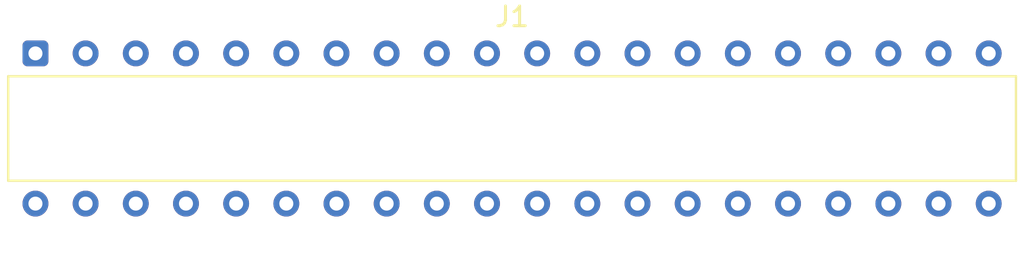
<source format=kicad_pcb>
(kicad_pcb (version 20171130) (host pcbnew "(5.1.5)-2")

  (general
    (thickness 1.6)
    (drawings 0)
    (tracks 0)
    (zones 0)
    (modules 1)
    (nets 41)
  )

  (page A4)
  (layers
    (0 F.Cu signal)
    (31 B.Cu signal)
    (32 B.Adhes user)
    (33 F.Adhes user)
    (34 B.Paste user)
    (35 F.Paste user)
    (36 B.SilkS user)
    (37 F.SilkS user)
    (38 B.Mask user)
    (39 F.Mask user)
    (40 Dwgs.User user)
    (41 Cmts.User user)
    (42 Eco1.User user)
    (43 Eco2.User user)
    (44 Edge.Cuts user)
    (45 Margin user)
    (46 B.CrtYd user)
    (47 F.CrtYd user)
    (48 B.Fab user)
    (49 F.Fab user)
  )

  (setup
    (last_trace_width 0.25)
    (trace_clearance 0.2)
    (zone_clearance 0.508)
    (zone_45_only no)
    (trace_min 0.2)
    (via_size 0.8)
    (via_drill 0.4)
    (via_min_size 0.4)
    (via_min_drill 0.3)
    (uvia_size 0.3)
    (uvia_drill 0.1)
    (uvias_allowed no)
    (uvia_min_size 0.2)
    (uvia_min_drill 0.1)
    (edge_width 0.1)
    (segment_width 0.2)
    (pcb_text_width 0.3)
    (pcb_text_size 1.5 1.5)
    (mod_edge_width 0.15)
    (mod_text_size 1 1)
    (mod_text_width 0.15)
    (pad_size 1.524 1.524)
    (pad_drill 0.762)
    (pad_to_mask_clearance 0)
    (aux_axis_origin 0 0)
    (visible_elements FFFFFF7F)
    (pcbplotparams
      (layerselection 0x010fc_ffffffff)
      (usegerberextensions false)
      (usegerberattributes false)
      (usegerberadvancedattributes false)
      (creategerberjobfile false)
      (excludeedgelayer true)
      (linewidth 0.100000)
      (plotframeref false)
      (viasonmask false)
      (mode 1)
      (useauxorigin false)
      (hpglpennumber 1)
      (hpglpenspeed 20)
      (hpglpendiameter 15.000000)
      (psnegative false)
      (psa4output false)
      (plotreference true)
      (plotvalue true)
      (plotinvisibletext false)
      (padsonsilk false)
      (subtractmaskfromsilk false)
      (outputformat 1)
      (mirror false)
      (drillshape 1)
      (scaleselection 1)
      (outputdirectory ""))
  )

  (net 0 "")
  (net 1 "Net-(J1-Pad40)")
  (net 2 "Net-(J1-Pad38)")
  (net 3 "Net-(J1-Pad36)")
  (net 4 "Net-(J1-Pad34)")
  (net 5 "Net-(J1-Pad32)")
  (net 6 "Net-(J1-Pad30)")
  (net 7 "Net-(J1-Pad28)")
  (net 8 "Net-(J1-Pad26)")
  (net 9 "Net-(J1-Pad24)")
  (net 10 "Net-(J1-Pad22)")
  (net 11 "Net-(J1-Pad20)")
  (net 12 "Net-(J1-Pad18)")
  (net 13 "Net-(J1-Pad16)")
  (net 14 "Net-(J1-Pad14)")
  (net 15 "Net-(J1-Pad12)")
  (net 16 "Net-(J1-Pad10)")
  (net 17 "Net-(J1-Pad8)")
  (net 18 "Net-(J1-Pad6)")
  (net 19 "Net-(J1-Pad4)")
  (net 20 "Net-(J1-Pad2)")
  (net 21 "Net-(J1-Pad39)")
  (net 22 "Net-(J1-Pad37)")
  (net 23 "Net-(J1-Pad35)")
  (net 24 "Net-(J1-Pad33)")
  (net 25 "Net-(J1-Pad31)")
  (net 26 "Net-(J1-Pad29)")
  (net 27 "Net-(J1-Pad27)")
  (net 28 "Net-(J1-Pad25)")
  (net 29 "Net-(J1-Pad23)")
  (net 30 "Net-(J1-Pad21)")
  (net 31 "Net-(J1-Pad19)")
  (net 32 "Net-(J1-Pad17)")
  (net 33 "Net-(J1-Pad15)")
  (net 34 "Net-(J1-Pad13)")
  (net 35 "Net-(J1-Pad11)")
  (net 36 "Net-(J1-Pad9)")
  (net 37 "Net-(J1-Pad7)")
  (net 38 "Net-(J1-Pad5)")
  (net 39 "Net-(J1-Pad3)")
  (net 40 "Net-(J1-Pad1)")

  (net_class Default "This is the default net class."
    (clearance 0.2)
    (trace_width 0.25)
    (via_dia 0.8)
    (via_drill 0.4)
    (uvia_dia 0.3)
    (uvia_drill 0.1)
    (add_net "Net-(J1-Pad1)")
    (add_net "Net-(J1-Pad10)")
    (add_net "Net-(J1-Pad11)")
    (add_net "Net-(J1-Pad12)")
    (add_net "Net-(J1-Pad13)")
    (add_net "Net-(J1-Pad14)")
    (add_net "Net-(J1-Pad15)")
    (add_net "Net-(J1-Pad16)")
    (add_net "Net-(J1-Pad17)")
    (add_net "Net-(J1-Pad18)")
    (add_net "Net-(J1-Pad19)")
    (add_net "Net-(J1-Pad2)")
    (add_net "Net-(J1-Pad20)")
    (add_net "Net-(J1-Pad21)")
    (add_net "Net-(J1-Pad22)")
    (add_net "Net-(J1-Pad23)")
    (add_net "Net-(J1-Pad24)")
    (add_net "Net-(J1-Pad25)")
    (add_net "Net-(J1-Pad26)")
    (add_net "Net-(J1-Pad27)")
    (add_net "Net-(J1-Pad28)")
    (add_net "Net-(J1-Pad29)")
    (add_net "Net-(J1-Pad3)")
    (add_net "Net-(J1-Pad30)")
    (add_net "Net-(J1-Pad31)")
    (add_net "Net-(J1-Pad32)")
    (add_net "Net-(J1-Pad33)")
    (add_net "Net-(J1-Pad34)")
    (add_net "Net-(J1-Pad35)")
    (add_net "Net-(J1-Pad36)")
    (add_net "Net-(J1-Pad37)")
    (add_net "Net-(J1-Pad38)")
    (add_net "Net-(J1-Pad39)")
    (add_net "Net-(J1-Pad4)")
    (add_net "Net-(J1-Pad40)")
    (add_net "Net-(J1-Pad5)")
    (add_net "Net-(J1-Pad6)")
    (add_net "Net-(J1-Pad7)")
    (add_net "Net-(J1-Pad8)")
    (add_net "Net-(J1-Pad9)")
  )

  (module Connector_Samtec_HLE_THT:Samtec_HLE-120-02-xx-DV-PE_2x20_P2.54mm_Horizontal (layer F.Cu) (tedit 5B786F79) (tstamp 5E34E050)
    (at 123.19 49.2252)
    (descr "Samtec HLE .100\" Tiger Beam Cost-effective Single Beam Socket Strip, HLE-120-02-xx-DV-PE (compatible alternatives: HLE-120-02-xx-DV-PE-BE), 20 Pins per row (http://suddendocs.samtec.com/prints/hle-1xx-02-xx-dv-xe-xx-mkt.pdf, http://suddendocs.samtec.com/prints/hle-thru.pdf), generated with kicad-footprint-generator")
    (tags "connector Samtec HLE top entry")
    (path /5E34876F)
    (fp_text reference J1 (at 24.13 -1.86) (layer F.SilkS)
      (effects (font (size 1 1) (thickness 0.15)))
    )
    (fp_text value RPi_GPIO (at 24.13 9.48) (layer F.Fab)
      (effects (font (size 1 1) (thickness 0.15)))
    )
    (fp_text user %R (at 24.13 5.65) (layer F.Fab)
      (effects (font (size 1 1) (thickness 0.15)))
    )
    (fp_line (start -1.77 8.78) (end -1.77 -1.16) (layer F.CrtYd) (width 0.05))
    (fp_line (start 50.03 8.78) (end -1.77 8.78) (layer F.CrtYd) (width 0.05))
    (fp_line (start 50.03 -1.16) (end 50.03 8.78) (layer F.CrtYd) (width 0.05))
    (fp_line (start -1.77 -1.16) (end 50.03 -1.16) (layer F.CrtYd) (width 0.05))
    (fp_line (start -1.38 6.46) (end -1.38 1.16) (layer F.SilkS) (width 0.12))
    (fp_line (start 49.64 6.46) (end -1.38 6.46) (layer F.SilkS) (width 0.12))
    (fp_line (start 49.64 1.16) (end 49.64 6.46) (layer F.SilkS) (width 0.12))
    (fp_line (start -1.38 1.16) (end 49.64 1.16) (layer F.SilkS) (width 0.12))
    (fp_line (start 0 1.977107) (end 0.5 1.27) (layer F.Fab) (width 0.1))
    (fp_line (start -0.5 1.27) (end 0 1.977107) (layer F.Fab) (width 0.1))
    (fp_line (start -1.27 6.35) (end -1.27 1.27) (layer F.Fab) (width 0.1))
    (fp_line (start 49.53 6.35) (end -1.27 6.35) (layer F.Fab) (width 0.1))
    (fp_line (start 49.53 1.27) (end 49.53 6.35) (layer F.Fab) (width 0.1))
    (fp_line (start -1.27 1.27) (end 49.53 1.27) (layer F.Fab) (width 0.1))
    (pad 40 thru_hole circle (at 48.26 7.62) (size 1.31 1.31) (drill 0.71) (layers *.Cu *.Mask)
      (net 1 "Net-(J1-Pad40)"))
    (pad 38 thru_hole circle (at 45.72 7.62) (size 1.31 1.31) (drill 0.71) (layers *.Cu *.Mask)
      (net 2 "Net-(J1-Pad38)"))
    (pad 36 thru_hole circle (at 43.18 7.62) (size 1.31 1.31) (drill 0.71) (layers *.Cu *.Mask)
      (net 3 "Net-(J1-Pad36)"))
    (pad 34 thru_hole circle (at 40.64 7.62) (size 1.31 1.31) (drill 0.71) (layers *.Cu *.Mask)
      (net 4 "Net-(J1-Pad34)"))
    (pad 32 thru_hole circle (at 38.1 7.62) (size 1.31 1.31) (drill 0.71) (layers *.Cu *.Mask)
      (net 5 "Net-(J1-Pad32)"))
    (pad 30 thru_hole circle (at 35.56 7.62) (size 1.31 1.31) (drill 0.71) (layers *.Cu *.Mask)
      (net 6 "Net-(J1-Pad30)"))
    (pad 28 thru_hole circle (at 33.02 7.62) (size 1.31 1.31) (drill 0.71) (layers *.Cu *.Mask)
      (net 7 "Net-(J1-Pad28)"))
    (pad 26 thru_hole circle (at 30.48 7.62) (size 1.31 1.31) (drill 0.71) (layers *.Cu *.Mask)
      (net 8 "Net-(J1-Pad26)"))
    (pad 24 thru_hole circle (at 27.94 7.62) (size 1.31 1.31) (drill 0.71) (layers *.Cu *.Mask)
      (net 9 "Net-(J1-Pad24)"))
    (pad 22 thru_hole circle (at 25.4 7.62) (size 1.31 1.31) (drill 0.71) (layers *.Cu *.Mask)
      (net 10 "Net-(J1-Pad22)"))
    (pad 20 thru_hole circle (at 22.86 7.62) (size 1.31 1.31) (drill 0.71) (layers *.Cu *.Mask)
      (net 11 "Net-(J1-Pad20)"))
    (pad 18 thru_hole circle (at 20.32 7.62) (size 1.31 1.31) (drill 0.71) (layers *.Cu *.Mask)
      (net 12 "Net-(J1-Pad18)"))
    (pad 16 thru_hole circle (at 17.78 7.62) (size 1.31 1.31) (drill 0.71) (layers *.Cu *.Mask)
      (net 13 "Net-(J1-Pad16)"))
    (pad 14 thru_hole circle (at 15.24 7.62) (size 1.31 1.31) (drill 0.71) (layers *.Cu *.Mask)
      (net 14 "Net-(J1-Pad14)"))
    (pad 12 thru_hole circle (at 12.7 7.62) (size 1.31 1.31) (drill 0.71) (layers *.Cu *.Mask)
      (net 15 "Net-(J1-Pad12)"))
    (pad 10 thru_hole circle (at 10.16 7.62) (size 1.31 1.31) (drill 0.71) (layers *.Cu *.Mask)
      (net 16 "Net-(J1-Pad10)"))
    (pad 8 thru_hole circle (at 7.62 7.62) (size 1.31 1.31) (drill 0.71) (layers *.Cu *.Mask)
      (net 17 "Net-(J1-Pad8)"))
    (pad 6 thru_hole circle (at 5.08 7.62) (size 1.31 1.31) (drill 0.71) (layers *.Cu *.Mask)
      (net 18 "Net-(J1-Pad6)"))
    (pad 4 thru_hole circle (at 2.54 7.62) (size 1.31 1.31) (drill 0.71) (layers *.Cu *.Mask)
      (net 19 "Net-(J1-Pad4)"))
    (pad 2 thru_hole circle (at 0 7.62) (size 1.31 1.31) (drill 0.71) (layers *.Cu *.Mask)
      (net 20 "Net-(J1-Pad2)"))
    (pad 39 thru_hole circle (at 48.26 0) (size 1.31 1.31) (drill 0.71) (layers *.Cu *.Mask)
      (net 21 "Net-(J1-Pad39)"))
    (pad 37 thru_hole circle (at 45.72 0) (size 1.31 1.31) (drill 0.71) (layers *.Cu *.Mask)
      (net 22 "Net-(J1-Pad37)"))
    (pad 35 thru_hole circle (at 43.18 0) (size 1.31 1.31) (drill 0.71) (layers *.Cu *.Mask)
      (net 23 "Net-(J1-Pad35)"))
    (pad 33 thru_hole circle (at 40.64 0) (size 1.31 1.31) (drill 0.71) (layers *.Cu *.Mask)
      (net 24 "Net-(J1-Pad33)"))
    (pad 31 thru_hole circle (at 38.1 0) (size 1.31 1.31) (drill 0.71) (layers *.Cu *.Mask)
      (net 25 "Net-(J1-Pad31)"))
    (pad 29 thru_hole circle (at 35.56 0) (size 1.31 1.31) (drill 0.71) (layers *.Cu *.Mask)
      (net 26 "Net-(J1-Pad29)"))
    (pad 27 thru_hole circle (at 33.02 0) (size 1.31 1.31) (drill 0.71) (layers *.Cu *.Mask)
      (net 27 "Net-(J1-Pad27)"))
    (pad 25 thru_hole circle (at 30.48 0) (size 1.31 1.31) (drill 0.71) (layers *.Cu *.Mask)
      (net 28 "Net-(J1-Pad25)"))
    (pad 23 thru_hole circle (at 27.94 0) (size 1.31 1.31) (drill 0.71) (layers *.Cu *.Mask)
      (net 29 "Net-(J1-Pad23)"))
    (pad 21 thru_hole circle (at 25.4 0) (size 1.31 1.31) (drill 0.71) (layers *.Cu *.Mask)
      (net 30 "Net-(J1-Pad21)"))
    (pad 19 thru_hole circle (at 22.86 0) (size 1.31 1.31) (drill 0.71) (layers *.Cu *.Mask)
      (net 31 "Net-(J1-Pad19)"))
    (pad 17 thru_hole circle (at 20.32 0) (size 1.31 1.31) (drill 0.71) (layers *.Cu *.Mask)
      (net 32 "Net-(J1-Pad17)"))
    (pad 15 thru_hole circle (at 17.78 0) (size 1.31 1.31) (drill 0.71) (layers *.Cu *.Mask)
      (net 33 "Net-(J1-Pad15)"))
    (pad 13 thru_hole circle (at 15.24 0) (size 1.31 1.31) (drill 0.71) (layers *.Cu *.Mask)
      (net 34 "Net-(J1-Pad13)"))
    (pad 11 thru_hole circle (at 12.7 0) (size 1.31 1.31) (drill 0.71) (layers *.Cu *.Mask)
      (net 35 "Net-(J1-Pad11)"))
    (pad 9 thru_hole circle (at 10.16 0) (size 1.31 1.31) (drill 0.71) (layers *.Cu *.Mask)
      (net 36 "Net-(J1-Pad9)"))
    (pad 7 thru_hole circle (at 7.62 0) (size 1.31 1.31) (drill 0.71) (layers *.Cu *.Mask)
      (net 37 "Net-(J1-Pad7)"))
    (pad 5 thru_hole circle (at 5.08 0) (size 1.31 1.31) (drill 0.71) (layers *.Cu *.Mask)
      (net 38 "Net-(J1-Pad5)"))
    (pad 3 thru_hole circle (at 2.54 0) (size 1.31 1.31) (drill 0.71) (layers *.Cu *.Mask)
      (net 39 "Net-(J1-Pad3)"))
    (pad 1 thru_hole roundrect (at 0 0) (size 1.31 1.31) (drill 0.71) (layers *.Cu *.Mask) (roundrect_rratio 0.19084)
      (net 40 "Net-(J1-Pad1)"))
    (pad "" np_thru_hole circle (at 48.26 5.08) (size 1.4 1.4) (drill 1.4) (layers *.Cu *.Mask))
    (pad "" np_thru_hole circle (at 48.26 2.54) (size 1.4 1.4) (drill 1.4) (layers *.Cu *.Mask))
    (pad "" np_thru_hole circle (at 45.72 5.08) (size 1.4 1.4) (drill 1.4) (layers *.Cu *.Mask))
    (pad "" np_thru_hole circle (at 45.72 2.54) (size 1.4 1.4) (drill 1.4) (layers *.Cu *.Mask))
    (pad "" np_thru_hole circle (at 43.18 5.08) (size 1.4 1.4) (drill 1.4) (layers *.Cu *.Mask))
    (pad "" np_thru_hole circle (at 43.18 2.54) (size 1.4 1.4) (drill 1.4) (layers *.Cu *.Mask))
    (pad "" np_thru_hole circle (at 40.64 5.08) (size 1.4 1.4) (drill 1.4) (layers *.Cu *.Mask))
    (pad "" np_thru_hole circle (at 40.64 2.54) (size 1.4 1.4) (drill 1.4) (layers *.Cu *.Mask))
    (pad "" np_thru_hole circle (at 38.1 5.08) (size 1.4 1.4) (drill 1.4) (layers *.Cu *.Mask))
    (pad "" np_thru_hole circle (at 38.1 2.54) (size 1.4 1.4) (drill 1.4) (layers *.Cu *.Mask))
    (pad "" np_thru_hole circle (at 35.56 5.08) (size 1.4 1.4) (drill 1.4) (layers *.Cu *.Mask))
    (pad "" np_thru_hole circle (at 35.56 2.54) (size 1.4 1.4) (drill 1.4) (layers *.Cu *.Mask))
    (pad "" np_thru_hole circle (at 33.02 5.08) (size 1.4 1.4) (drill 1.4) (layers *.Cu *.Mask))
    (pad "" np_thru_hole circle (at 33.02 2.54) (size 1.4 1.4) (drill 1.4) (layers *.Cu *.Mask))
    (pad "" np_thru_hole circle (at 30.48 5.08) (size 1.4 1.4) (drill 1.4) (layers *.Cu *.Mask))
    (pad "" np_thru_hole circle (at 30.48 2.54) (size 1.4 1.4) (drill 1.4) (layers *.Cu *.Mask))
    (pad "" np_thru_hole circle (at 27.94 5.08) (size 1.4 1.4) (drill 1.4) (layers *.Cu *.Mask))
    (pad "" np_thru_hole circle (at 27.94 2.54) (size 1.4 1.4) (drill 1.4) (layers *.Cu *.Mask))
    (pad "" np_thru_hole circle (at 25.4 5.08) (size 1.4 1.4) (drill 1.4) (layers *.Cu *.Mask))
    (pad "" np_thru_hole circle (at 25.4 2.54) (size 1.4 1.4) (drill 1.4) (layers *.Cu *.Mask))
    (pad "" np_thru_hole circle (at 22.86 5.08) (size 1.4 1.4) (drill 1.4) (layers *.Cu *.Mask))
    (pad "" np_thru_hole circle (at 22.86 2.54) (size 1.4 1.4) (drill 1.4) (layers *.Cu *.Mask))
    (pad "" np_thru_hole circle (at 20.32 5.08) (size 1.4 1.4) (drill 1.4) (layers *.Cu *.Mask))
    (pad "" np_thru_hole circle (at 20.32 2.54) (size 1.4 1.4) (drill 1.4) (layers *.Cu *.Mask))
    (pad "" np_thru_hole circle (at 17.78 5.08) (size 1.4 1.4) (drill 1.4) (layers *.Cu *.Mask))
    (pad "" np_thru_hole circle (at 17.78 2.54) (size 1.4 1.4) (drill 1.4) (layers *.Cu *.Mask))
    (pad "" np_thru_hole circle (at 15.24 5.08) (size 1.4 1.4) (drill 1.4) (layers *.Cu *.Mask))
    (pad "" np_thru_hole circle (at 15.24 2.54) (size 1.4 1.4) (drill 1.4) (layers *.Cu *.Mask))
    (pad "" np_thru_hole circle (at 12.7 5.08) (size 1.4 1.4) (drill 1.4) (layers *.Cu *.Mask))
    (pad "" np_thru_hole circle (at 12.7 2.54) (size 1.4 1.4) (drill 1.4) (layers *.Cu *.Mask))
    (pad "" np_thru_hole circle (at 10.16 5.08) (size 1.4 1.4) (drill 1.4) (layers *.Cu *.Mask))
    (pad "" np_thru_hole circle (at 10.16 2.54) (size 1.4 1.4) (drill 1.4) (layers *.Cu *.Mask))
    (pad "" np_thru_hole circle (at 7.62 5.08) (size 1.4 1.4) (drill 1.4) (layers *.Cu *.Mask))
    (pad "" np_thru_hole circle (at 7.62 2.54) (size 1.4 1.4) (drill 1.4) (layers *.Cu *.Mask))
    (pad "" np_thru_hole circle (at 5.08 5.08) (size 1.4 1.4) (drill 1.4) (layers *.Cu *.Mask))
    (pad "" np_thru_hole circle (at 5.08 2.54) (size 1.4 1.4) (drill 1.4) (layers *.Cu *.Mask))
    (pad "" np_thru_hole circle (at 2.54 5.08) (size 1.4 1.4) (drill 1.4) (layers *.Cu *.Mask))
    (pad "" np_thru_hole circle (at 2.54 2.54) (size 1.4 1.4) (drill 1.4) (layers *.Cu *.Mask))
    (pad "" np_thru_hole circle (at 0 5.08) (size 1.4 1.4) (drill 1.4) (layers *.Cu *.Mask))
    (pad "" np_thru_hole circle (at 0 2.54) (size 1.4 1.4) (drill 1.4) (layers *.Cu *.Mask))
    (model ${KISYS3DMOD}/Connector_Samtec_HLE_THT.3dshapes/Samtec_HLE-120-02-xx-DV-PE_2x20_P2.54mm_Horizontal.wrl
      (at (xyz 0 0 0))
      (scale (xyz 1 1 1))
      (rotate (xyz 0 0 0))
    )
  )

)

</source>
